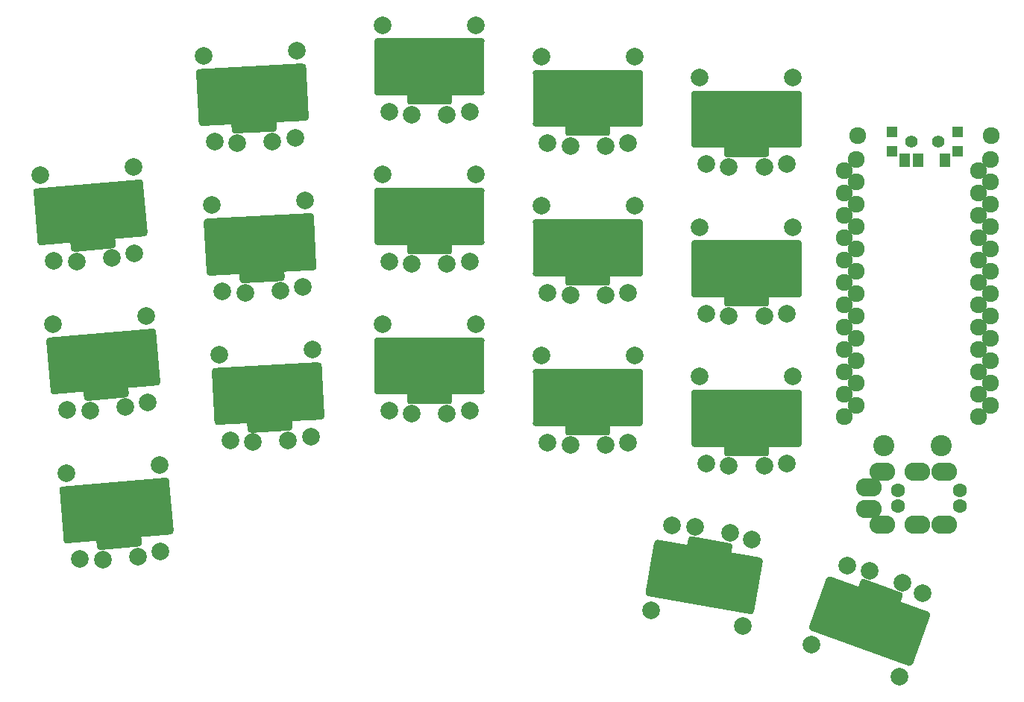
<source format=gts>
G04 #@! TF.GenerationSoftware,KiCad,Pcbnew,5.1.6*
G04 #@! TF.CreationDate,2020-09-30T09:09:17+01:00*
G04 #@! TF.ProjectId,cradio,63726164-696f-42e6-9b69-6361645f7063,2.1*
G04 #@! TF.SameCoordinates,Original*
G04 #@! TF.FileFunction,Soldermask,Top*
G04 #@! TF.FilePolarity,Negative*
%FSLAX46Y46*%
G04 Gerber Fmt 4.6, Leading zero omitted, Abs format (unit mm)*
G04 Created by KiCad (PCBNEW 5.1.6) date 2020-09-30 09:09:17*
%MOMM*%
%LPD*%
G01*
G04 APERTURE LIST*
%ADD10C,1.924000*%
%ADD11R,1.300000X1.650000*%
%ADD12R,1.300000X1.300000*%
%ADD13C,1.400000*%
%ADD14C,2.000000*%
%ADD15O,5.100000X1.400000*%
%ADD16O,0.700000X1.600000*%
%ADD17O,5.100000X0.700000*%
%ADD18O,1.400000X6.300000*%
%ADD19O,0.700000X6.500000*%
%ADD20O,12.500000X0.700000*%
%ADD21O,12.250000X6.300000*%
%ADD22C,2.400000*%
%ADD23O,2.900000X2.100000*%
%ADD24C,1.600000*%
G04 APERTURE END LIST*
D10*
X142370000Y-36742000D03*
X142370000Y-39282000D03*
X142370000Y-41822000D03*
X142370000Y-44362000D03*
X142370000Y-46902000D03*
X142370000Y-49442000D03*
X142370000Y-51982000D03*
X142370000Y-54522000D03*
X142370000Y-57062000D03*
X142370000Y-59602000D03*
X142370000Y-62142000D03*
X142370000Y-64682000D03*
X127130000Y-64682000D03*
X127130000Y-62142000D03*
X127130000Y-59602000D03*
X127130000Y-57062000D03*
X127130000Y-54522000D03*
X127130000Y-51982000D03*
X127130000Y-49442000D03*
X127130000Y-46902000D03*
X127130000Y-44362000D03*
X127130000Y-41822000D03*
X127130000Y-39282000D03*
X127130000Y-36742000D03*
X143676400Y-35472000D03*
X143676400Y-38012000D03*
X143676400Y-40552000D03*
X143676400Y-43092000D03*
X143676400Y-45632000D03*
X143676400Y-48172000D03*
X143676400Y-50712000D03*
X143676400Y-53252000D03*
X143676400Y-55792000D03*
X143676400Y-58332000D03*
X143676400Y-60872000D03*
X143676400Y-63412000D03*
X128456400Y-63412000D03*
X128456400Y-60872000D03*
X128456400Y-58332000D03*
X128456400Y-55792000D03*
X128456400Y-53252000D03*
X128456400Y-50712000D03*
X128456400Y-48172000D03*
X128456400Y-45632000D03*
X128456400Y-43092000D03*
X128456400Y-40552000D03*
X128456400Y-38012000D03*
X128456400Y-35472000D03*
X143816400Y-32792000D03*
X128596400Y-32792000D03*
D11*
X135500000Y-35575000D03*
X134000000Y-35575000D03*
X138500000Y-35575000D03*
D12*
X139950000Y-32400000D03*
X139950000Y-34600000D03*
X132550000Y-34600000D03*
X132550000Y-32400000D03*
X132540000Y-32400000D03*
X132540000Y-34600000D03*
X139940000Y-34600000D03*
X139940000Y-32400000D03*
D11*
X138490000Y-35575000D03*
X133990000Y-35575000D03*
X135490000Y-35575000D03*
D13*
X134740000Y-33500000D03*
X137740000Y-33500000D03*
G36*
G01*
X109296509Y-79040370D02*
X109296510Y-79040370D01*
G75*
G02*
X110107429Y-78472559I689365J-121554D01*
G01*
X113751217Y-79115057D01*
G75*
G02*
X114319028Y-79925976I-121554J-689365D01*
G01*
X114319028Y-79925976D01*
G75*
G02*
X113508109Y-80493787I-689365J121554D01*
G01*
X109864321Y-79851289D01*
G75*
G02*
X109296510Y-79040370I121554J689365D01*
G01*
G37*
G36*
G01*
X109780111Y-78313301D02*
X109780111Y-78313301D01*
G75*
G02*
X110064017Y-78718761I-60777J-344683D01*
G01*
X109907733Y-79605087D01*
G75*
G02*
X109502273Y-79888993I-344683J60777D01*
G01*
X109502273Y-79888993D01*
G75*
G02*
X109218367Y-79483533I60777J344683D01*
G01*
X109374651Y-78597207D01*
G75*
G02*
X109780111Y-78313301I344683J-60777D01*
G01*
G37*
G36*
G01*
X114113265Y-79077353D02*
X114113265Y-79077353D01*
G75*
G02*
X114397171Y-79482813I-60777J-344683D01*
G01*
X114240887Y-80369139D01*
G75*
G02*
X113835427Y-80653045I-344683J60777D01*
G01*
X113835427Y-80653045D01*
G75*
G02*
X113551521Y-80247585I60777J344683D01*
G01*
X113707805Y-79361259D01*
G75*
G02*
X114113265Y-79077353I344683J-60777D01*
G01*
G37*
G36*
G01*
X109374650Y-78597206D02*
X109374650Y-78597206D01*
G75*
G02*
X109780110Y-78313300I344683J-60777D01*
G01*
X114113264Y-79077352D01*
G75*
G02*
X114397170Y-79482812I-60777J-344683D01*
G01*
X114397170Y-79482812D01*
G75*
G02*
X113991710Y-79766718I-344683J60777D01*
G01*
X109658556Y-79002666D01*
G75*
G02*
X109374650Y-78597206I60777J344683D01*
G01*
G37*
G36*
G01*
X115363767Y-86151979D02*
X116214643Y-81326421D01*
G75*
G02*
X117025562Y-80758610I689365J-121554D01*
G01*
X117025562Y-80758610D01*
G75*
G02*
X117593373Y-81569529I-121554J-689365D01*
G01*
X116742497Y-86395087D01*
G75*
G02*
X115931578Y-86962898I-689365J121554D01*
G01*
X115931578Y-86962898D01*
G75*
G02*
X115363767Y-86151979I121554J689365D01*
G01*
G37*
G36*
G01*
X114605465Y-86018270D02*
X115456341Y-81192712D01*
G75*
G02*
X116267260Y-80624901I689365J-121554D01*
G01*
X116267260Y-80624901D01*
G75*
G02*
X116835071Y-81435820I-121554J-689365D01*
G01*
X115984195Y-86261378D01*
G75*
G02*
X115173276Y-86829189I-689365J121554D01*
G01*
X115173276Y-86829189D01*
G75*
G02*
X114605465Y-86018270I121554J689365D01*
G01*
G37*
G36*
G01*
X114221390Y-85950547D02*
X115072266Y-81124989D01*
G75*
G02*
X115883185Y-80557178I689365J-121554D01*
G01*
X115883185Y-80557178D01*
G75*
G02*
X116450996Y-81368097I-121554J-689365D01*
G01*
X115600120Y-86193655D01*
G75*
G02*
X114789201Y-86761466I-689365J121554D01*
G01*
X114789201Y-86761466D01*
G75*
G02*
X114221390Y-85950547I121554J689365D01*
G01*
G37*
G36*
G01*
X105949004Y-84491903D02*
X106799880Y-79666345D01*
G75*
G02*
X107610799Y-79098534I689365J-121554D01*
G01*
X107610799Y-79098534D01*
G75*
G02*
X108178610Y-79909453I-121554J-689365D01*
G01*
X107327734Y-84735011D01*
G75*
G02*
X106516815Y-85302822I-689365J121554D01*
G01*
X106516815Y-85302822D01*
G75*
G02*
X105949004Y-84491903I121554J689365D01*
G01*
G37*
G36*
G01*
X105564929Y-84424180D02*
X106415805Y-79598622D01*
G75*
G02*
X107226724Y-79030811I689365J-121554D01*
G01*
X107226724Y-79030811D01*
G75*
G02*
X107794535Y-79841730I-121554J-689365D01*
G01*
X106943659Y-84667288D01*
G75*
G02*
X106132740Y-85235099I-689365J121554D01*
G01*
X106132740Y-85235099D01*
G75*
G02*
X105564929Y-84424180I121554J689365D01*
G01*
G37*
G36*
G01*
X105953991Y-78704851D02*
X105953991Y-78704851D01*
G75*
G02*
X106237897Y-79110311I-60777J-344683D01*
G01*
X105230737Y-84822195D01*
G75*
G02*
X104825277Y-85106101I-344683J60777D01*
G01*
X104825277Y-85106101D01*
G75*
G02*
X104541371Y-84700641I60777J344683D01*
G01*
X105548531Y-78988757D01*
G75*
G02*
X105953991Y-78704851I344683J-60777D01*
G01*
G37*
G36*
G01*
X117574723Y-80753899D02*
X117574723Y-80753899D01*
G75*
G02*
X117858629Y-81159359I-60777J-344683D01*
G01*
X116851469Y-86871243D01*
G75*
G02*
X116446009Y-87155149I-344683J60777D01*
G01*
X116446009Y-87155149D01*
G75*
G02*
X116162103Y-86749689I60777J344683D01*
G01*
X117169263Y-81037805D01*
G75*
G02*
X117574723Y-80753899I344683J-60777D01*
G01*
G37*
G36*
G01*
X105548532Y-78988757D02*
X105548531Y-78988757D01*
G75*
G02*
X105953991Y-78704851I344683J-60777D01*
G01*
X117574723Y-80753899D01*
G75*
G02*
X117858629Y-81159359I-60777J-344683D01*
G01*
X117858629Y-81159359D01*
G75*
G02*
X117453169Y-81443265I-344683J60777D01*
G01*
X105832437Y-79394217D01*
G75*
G02*
X105548531Y-78988757I60777J344683D01*
G01*
G37*
G36*
G01*
X104541372Y-84700641D02*
X104541371Y-84700641D01*
G75*
G02*
X104946831Y-84416735I344683J-60777D01*
G01*
X116567563Y-86465783D01*
G75*
G02*
X116851469Y-86871243I-60777J-344683D01*
G01*
X116851469Y-86871243D01*
G75*
G02*
X116446009Y-87155149I-344683J60777D01*
G01*
X104825277Y-85106101D01*
G75*
G02*
X104541371Y-84700641I60777J344683D01*
G01*
G37*
G36*
G01*
X104806627Y-84290471D02*
X105657503Y-79464913D01*
G75*
G02*
X106468422Y-78897102I689365J-121554D01*
G01*
X106468422Y-78897102D01*
G75*
G02*
X107036233Y-79708021I-121554J-689365D01*
G01*
X106185357Y-84533579D01*
G75*
G02*
X105374438Y-85101390I-689365J121554D01*
G01*
X105374438Y-85101390D01*
G75*
G02*
X104806627Y-84290471I121554J689365D01*
G01*
G37*
G36*
G01*
X105168053Y-81866405D02*
X105168053Y-81866405D01*
G75*
G02*
X108817189Y-79311253I3102144J-546992D01*
G01*
X114676795Y-80344459D01*
G75*
G02*
X117231947Y-83993595I-546992J-3102144D01*
G01*
X117231947Y-83993595D01*
G75*
G02*
X113582811Y-86548747I-3102144J546992D01*
G01*
X107723205Y-85515541D01*
G75*
G02*
X105168053Y-81866405I546992J3102144D01*
G01*
G37*
D14*
X116596025Y-78702789D03*
X110168085Y-77264742D03*
X107575186Y-77112172D03*
X114107316Y-77959334D03*
X115594652Y-88528172D03*
X105155690Y-86687501D03*
D15*
X116000000Y-68420000D03*
D16*
X113800000Y-68420000D03*
X118200000Y-68420000D03*
D17*
X116000000Y-68870000D03*
D18*
X121360000Y-64920000D03*
X120590000Y-64920000D03*
X120200000Y-64920000D03*
X111800000Y-64920000D03*
X111410000Y-64920000D03*
D19*
X110100000Y-64920000D03*
X121900000Y-64920000D03*
D20*
X116000000Y-67820000D03*
X116000000Y-62020000D03*
D18*
X110640000Y-64920000D03*
D21*
X116000000Y-64920000D03*
D14*
X120580000Y-70020000D03*
X114000000Y-70320000D03*
X111420000Y-70020000D03*
X118000000Y-70320000D03*
X121300000Y-60170000D03*
X110700000Y-60170000D03*
G36*
G01*
X128780855Y-83798925D02*
X128780855Y-83798925D01*
G75*
G02*
X129678054Y-83380554I657785J-239414D01*
G01*
X133154916Y-84646028D01*
G75*
G02*
X133573287Y-85543227I-239414J-657785D01*
G01*
X133573287Y-85543227D01*
G75*
G02*
X132676088Y-85961598I-657785J239414D01*
G01*
X129199226Y-84696124D01*
G75*
G02*
X128780855Y-83798925I239414J657785D01*
G01*
G37*
G36*
G01*
X129383363Y-83166878D02*
X129383363Y-83166878D01*
G75*
G02*
X129592548Y-83615477I-119707J-328892D01*
G01*
X129284730Y-84461201D01*
G75*
G02*
X128836131Y-84670386I-328892J119707D01*
G01*
X128836131Y-84670386D01*
G75*
G02*
X128626946Y-84221787I119707J328892D01*
G01*
X128934764Y-83376063D01*
G75*
G02*
X129383363Y-83166878I328892J-119707D01*
G01*
G37*
G36*
G01*
X133518010Y-84671766D02*
X133518010Y-84671766D01*
G75*
G02*
X133727195Y-85120365I-119707J-328892D01*
G01*
X133419377Y-85966089D01*
G75*
G02*
X132970778Y-86175274I-328892J119707D01*
G01*
X132970778Y-86175274D01*
G75*
G02*
X132761593Y-85726675I119707J328892D01*
G01*
X133069411Y-84880951D01*
G75*
G02*
X133518010Y-84671766I328892J-119707D01*
G01*
G37*
G36*
G01*
X128934764Y-83376063D02*
X128934764Y-83376063D01*
G75*
G02*
X129383363Y-83166878I328892J-119707D01*
G01*
X133518011Y-84671766D01*
G75*
G02*
X133727196Y-85120365I-119707J-328892D01*
G01*
X133727196Y-85120365D01*
G75*
G02*
X133278597Y-85329550I-328892J119707D01*
G01*
X129143949Y-83824662D01*
G75*
G02*
X128934764Y-83376063I119707J328892D01*
G01*
G37*
G36*
G01*
X133521018Y-91856061D02*
X135196916Y-87251567D01*
G75*
G02*
X136094115Y-86833196I657785J-239414D01*
G01*
X136094115Y-86833196D01*
G75*
G02*
X136512486Y-87730395I-239414J-657785D01*
G01*
X134836588Y-92334889D01*
G75*
G02*
X133939389Y-92753260I-657785J239414D01*
G01*
X133939389Y-92753260D01*
G75*
G02*
X133521018Y-91856061I239414J657785D01*
G01*
G37*
G36*
G01*
X132797455Y-91592705D02*
X134473353Y-86988211D01*
G75*
G02*
X135370552Y-86569840I657785J-239414D01*
G01*
X135370552Y-86569840D01*
G75*
G02*
X135788923Y-87467039I-239414J-657785D01*
G01*
X134113025Y-92071533D01*
G75*
G02*
X133215826Y-92489904I-657785J239414D01*
G01*
X133215826Y-92489904D01*
G75*
G02*
X132797455Y-91592705I239414J657785D01*
G01*
G37*
G36*
G01*
X132430975Y-91459318D02*
X134106873Y-86854824D01*
G75*
G02*
X135004072Y-86436453I657785J-239414D01*
G01*
X135004072Y-86436453D01*
G75*
G02*
X135422443Y-87333652I-239414J-657785D01*
G01*
X133746545Y-91938146D01*
G75*
G02*
X132849346Y-92356517I-657785J239414D01*
G01*
X132849346Y-92356517D01*
G75*
G02*
X132430975Y-91459318I239414J657785D01*
G01*
G37*
G36*
G01*
X124537557Y-88586348D02*
X126213455Y-83981854D01*
G75*
G02*
X127110654Y-83563483I657785J-239414D01*
G01*
X127110654Y-83563483D01*
G75*
G02*
X127529025Y-84460682I-239414J-657785D01*
G01*
X125853127Y-89065176D01*
G75*
G02*
X124955928Y-89483547I-657785J239414D01*
G01*
X124955928Y-89483547D01*
G75*
G02*
X124537557Y-88586348I239414J657785D01*
G01*
G37*
G36*
G01*
X124171077Y-88452961D02*
X125846975Y-83848467D01*
G75*
G02*
X126744174Y-83430096I657785J-239414D01*
G01*
X126744174Y-83430096D01*
G75*
G02*
X127162545Y-84327295I-239414J-657785D01*
G01*
X125486647Y-88931789D01*
G75*
G02*
X124589448Y-89350160I-657785J239414D01*
G01*
X124589448Y-89350160D01*
G75*
G02*
X124171077Y-88452961I239414J657785D01*
G01*
G37*
G36*
G01*
X125547379Y-82888080D02*
X125547379Y-82888080D01*
G75*
G02*
X125756564Y-83336679I-119707J-328892D01*
G01*
X123772848Y-88786897D01*
G75*
G02*
X123324249Y-88996082I-328892J119707D01*
G01*
X123324249Y-88996082D01*
G75*
G02*
X123115064Y-88547483I119707J328892D01*
G01*
X125098780Y-83097265D01*
G75*
G02*
X125547379Y-82888080I328892J-119707D01*
G01*
G37*
G36*
G01*
X136635751Y-86923918D02*
X136635751Y-86923918D01*
G75*
G02*
X136844936Y-87372517I-119707J-328892D01*
G01*
X134861220Y-92822735D01*
G75*
G02*
X134412621Y-93031920I-328892J119707D01*
G01*
X134412621Y-93031920D01*
G75*
G02*
X134203436Y-92583321I119707J328892D01*
G01*
X136187152Y-87133103D01*
G75*
G02*
X136635751Y-86923918I328892J-119707D01*
G01*
G37*
G36*
G01*
X125098779Y-83097265D02*
X125098780Y-83097265D01*
G75*
G02*
X125547379Y-82888080I328892J-119707D01*
G01*
X136635751Y-86923918D01*
G75*
G02*
X136844936Y-87372517I-119707J-328892D01*
G01*
X136844936Y-87372517D01*
G75*
G02*
X136396337Y-87581702I-328892J119707D01*
G01*
X125307965Y-83545864D01*
G75*
G02*
X125098780Y-83097265I119707J328892D01*
G01*
G37*
G36*
G01*
X123115063Y-88547483D02*
X123115064Y-88547483D01*
G75*
G02*
X123563663Y-88338298I328892J-119707D01*
G01*
X134652035Y-92374136D01*
G75*
G02*
X134861220Y-92822735I-119707J-328892D01*
G01*
X134861220Y-92822735D01*
G75*
G02*
X134412621Y-93031920I-328892J119707D01*
G01*
X123324249Y-88996082D01*
G75*
G02*
X123115064Y-88547483I119707J328892D01*
G01*
G37*
G36*
G01*
X123447514Y-88189605D02*
X125123412Y-83585111D01*
G75*
G02*
X126020611Y-83166740I657785J-239414D01*
G01*
X126020611Y-83166740D01*
G75*
G02*
X126438982Y-84063939I-239414J-657785D01*
G01*
X124763084Y-88668433D01*
G75*
G02*
X123865885Y-89086804I-657785J239414D01*
G01*
X123865885Y-89086804D01*
G75*
G02*
X123447514Y-88189605I239414J657785D01*
G01*
G37*
G36*
G01*
X124224383Y-85865127D02*
X124224382Y-85865127D01*
G75*
G02*
X128261777Y-83982458I2960032J-1077363D01*
G01*
X133852949Y-86017478D01*
G75*
G02*
X135735618Y-90054873I-1077363J-2960032D01*
G01*
X135735618Y-90054873D01*
G75*
G02*
X131698223Y-91937542I-2960032J1077363D01*
G01*
X126107051Y-89902522D01*
G75*
G02*
X124224382Y-85865127I1077363J2960032D01*
G01*
G37*
X136028095Y-84734020D03*
X129947524Y-82201620D03*
X127420511Y-81601115D03*
X133706294Y-83569700D03*
X133335775Y-94236247D03*
X123375033Y-90610833D03*
D15*
X98000000Y-66045000D03*
D16*
X95800000Y-66045000D03*
X100200000Y-66045000D03*
D17*
X98000000Y-66495000D03*
D18*
X103360000Y-62545000D03*
X102590000Y-62545000D03*
X102200000Y-62545000D03*
X93800000Y-62545000D03*
X93410000Y-62545000D03*
D19*
X92100000Y-62545000D03*
X103900000Y-62545000D03*
D20*
X98000000Y-65445000D03*
X98000000Y-59645000D03*
D18*
X92640000Y-62545000D03*
D21*
X98000000Y-62545000D03*
D14*
X102580000Y-67645000D03*
X96000000Y-67945000D03*
X93420000Y-67645000D03*
X100000000Y-67945000D03*
X103300000Y-57795000D03*
X92700000Y-57795000D03*
D15*
X80000000Y-62470000D03*
D16*
X77800000Y-62470000D03*
X82200000Y-62470000D03*
D17*
X80000000Y-62920000D03*
D18*
X85360000Y-58970000D03*
X84590000Y-58970000D03*
X84200000Y-58970000D03*
X75800000Y-58970000D03*
X75410000Y-58970000D03*
D19*
X74100000Y-58970000D03*
X85900000Y-58970000D03*
D20*
X80000000Y-61870000D03*
X80000000Y-56070000D03*
D18*
X74640000Y-58970000D03*
D21*
X80000000Y-58970000D03*
D14*
X84580000Y-64070000D03*
X78000000Y-64370000D03*
X75420000Y-64070000D03*
X82000000Y-64370000D03*
X85300000Y-54220000D03*
X74700000Y-54220000D03*
G36*
G01*
X59332971Y-65750460D02*
X59332970Y-65750460D01*
G75*
G02*
X59995376Y-65014784I699041J36635D01*
G01*
X63690306Y-64821140D01*
G75*
G02*
X64425982Y-65483546I36635J-699041D01*
G01*
X64425982Y-65483546D01*
G75*
G02*
X63763576Y-66219222I-699041J-36635D01*
G01*
X60068646Y-66412866D01*
G75*
G02*
X59332970Y-65750460I-36635J699041D01*
G01*
G37*
G36*
G01*
X59724360Y-66531046D02*
X59724360Y-66531045D01*
G75*
G02*
X59356522Y-66199843I-18318J349520D01*
G01*
X59309420Y-65301077D01*
G75*
G02*
X59640622Y-64933239I349520J18318D01*
G01*
X59640622Y-64933239D01*
G75*
G02*
X60008460Y-65264441I18318J-349520D01*
G01*
X60055562Y-66163207D01*
G75*
G02*
X59724360Y-66531045I-349520J-18318D01*
G01*
G37*
G36*
G01*
X64118330Y-66300768D02*
X64118330Y-66300767D01*
G75*
G02*
X63750492Y-65969565I-18318J349520D01*
G01*
X63703390Y-65070799D01*
G75*
G02*
X64034592Y-64702961I349520J18318D01*
G01*
X64034592Y-64702961D01*
G75*
G02*
X64402430Y-65034163I18318J-349520D01*
G01*
X64449532Y-65932929D01*
G75*
G02*
X64118330Y-66300767I-349520J-18318D01*
G01*
G37*
G36*
G01*
X59356522Y-66199844D02*
X59356522Y-66199844D01*
G75*
G02*
X59687724Y-65832006I349520J18318D01*
G01*
X64081694Y-65601728D01*
G75*
G02*
X64449532Y-65932930I18318J-349520D01*
G01*
X64449532Y-65932930D01*
G75*
G02*
X64118330Y-66300768I-349520J-18318D01*
G01*
X59724360Y-66531046D01*
G75*
G02*
X59356522Y-66199844I-18318J349520D01*
G01*
G37*
G36*
G01*
X66478136Y-64324557D02*
X66221690Y-59431272D01*
G75*
G02*
X66884096Y-58695596I699041J36635D01*
G01*
X66884096Y-58695596D01*
G75*
G02*
X67619772Y-59358002I36635J-699041D01*
G01*
X67876218Y-64251286D01*
G75*
G02*
X67213812Y-64986962I-699041J-36635D01*
G01*
X67213812Y-64986962D01*
G75*
G02*
X66478136Y-64324556I-36635J699041D01*
G01*
G37*
G36*
G01*
X65709192Y-64364856D02*
X65452746Y-59471571D01*
G75*
G02*
X66115152Y-58735895I699041J36635D01*
G01*
X66115152Y-58735895D01*
G75*
G02*
X66850828Y-59398301I36635J-699041D01*
G01*
X67107274Y-64291585D01*
G75*
G02*
X66444868Y-65027261I-699041J-36635D01*
G01*
X66444868Y-65027261D01*
G75*
G02*
X65709192Y-64364855I-36635J699041D01*
G01*
G37*
G36*
G01*
X65319726Y-64385267D02*
X65063280Y-59491982D01*
G75*
G02*
X65725686Y-58756306I699041J36635D01*
G01*
X65725686Y-58756306D01*
G75*
G02*
X66461362Y-59418712I36635J-699041D01*
G01*
X66717808Y-64311996D01*
G75*
G02*
X66055402Y-65047672I-699041J-36635D01*
G01*
X66055402Y-65047672D01*
G75*
G02*
X65319726Y-64385266I-36635J699041D01*
G01*
G37*
G36*
G01*
X56931238Y-64824889D02*
X56674792Y-59931604D01*
G75*
G02*
X57337198Y-59195928I699041J36635D01*
G01*
X57337198Y-59195928D01*
G75*
G02*
X58072874Y-59858334I36635J-699041D01*
G01*
X58329320Y-64751618D01*
G75*
G02*
X57666914Y-65487294I-699041J-36635D01*
G01*
X57666914Y-65487294D01*
G75*
G02*
X56931238Y-64824888I-36635J699041D01*
G01*
G37*
G36*
G01*
X56541772Y-64845300D02*
X56285326Y-59952015D01*
G75*
G02*
X56947732Y-59216339I699041J36635D01*
G01*
X56947732Y-59216339D01*
G75*
G02*
X57683408Y-59878745I36635J-699041D01*
G01*
X57939854Y-64772029D01*
G75*
G02*
X57277448Y-65507705I-699041J-36635D01*
G01*
X57277448Y-65507705D01*
G75*
G02*
X56541772Y-64845299I-36635J699041D01*
G01*
G37*
G36*
G01*
X55974478Y-65676128D02*
X55974478Y-65676128D01*
G75*
G02*
X55606640Y-65344926I-18318J349520D01*
G01*
X55303092Y-59552874D01*
G75*
G02*
X55634294Y-59185036I349520J18318D01*
G01*
X55634294Y-59185036D01*
G75*
G02*
X56002132Y-59516238I18318J-349520D01*
G01*
X56305680Y-65308290D01*
G75*
G02*
X55974478Y-65676128I-349520J-18318D01*
G01*
G37*
G36*
G01*
X67758306Y-65058564D02*
X67758306Y-65058564D01*
G75*
G02*
X67390468Y-64727362I-18318J349520D01*
G01*
X67086920Y-58935310D01*
G75*
G02*
X67418122Y-58567472I349520J18318D01*
G01*
X67418122Y-58567472D01*
G75*
G02*
X67785960Y-58898674I18318J-349520D01*
G01*
X68089508Y-64690726D01*
G75*
G02*
X67758306Y-65058564I-349520J-18318D01*
G01*
G37*
G36*
G01*
X55606639Y-65344926D02*
X55606640Y-65344926D01*
G75*
G02*
X55937842Y-64977088I349520J18318D01*
G01*
X67721670Y-64359524D01*
G75*
G02*
X68089508Y-64690726I18318J-349520D01*
G01*
X68089508Y-64690726D01*
G75*
G02*
X67758306Y-65058564I-349520J-18318D01*
G01*
X55974478Y-65676128D01*
G75*
G02*
X55606640Y-65344926I-18318J349520D01*
G01*
G37*
G36*
G01*
X55303091Y-59552874D02*
X55303092Y-59552874D01*
G75*
G02*
X55634294Y-59185036I349520J18318D01*
G01*
X67418122Y-58567472D01*
G75*
G02*
X67785960Y-58898674I18318J-349520D01*
G01*
X67785960Y-58898674D01*
G75*
G02*
X67454758Y-59266512I-349520J-18318D01*
G01*
X55670930Y-59884076D01*
G75*
G02*
X55303092Y-59552874I-18318J349520D01*
G01*
G37*
G36*
G01*
X55772828Y-64885599D02*
X55516382Y-59992314D01*
G75*
G02*
X56178788Y-59256638I699041J36635D01*
G01*
X56178788Y-59256638D01*
G75*
G02*
X56914464Y-59919044I36635J-699041D01*
G01*
X57170910Y-64812328D01*
G75*
G02*
X56508504Y-65548004I-699041J-36635D01*
G01*
X56508504Y-65548004D01*
G75*
G02*
X55772828Y-64885598I-36635J699041D01*
G01*
G37*
G36*
G01*
X55579694Y-62442358D02*
X55579694Y-62442357D01*
G75*
G02*
X58560519Y-59131816I3145683J164858D01*
G01*
X64502365Y-58820418D01*
G75*
G02*
X67812906Y-61801243I164858J-3145683D01*
G01*
X67812906Y-61801243D01*
G75*
G02*
X64832081Y-65111784I-3145683J-164858D01*
G01*
X58890235Y-65423182D01*
G75*
G02*
X55579694Y-62442357I-164858J3145683D01*
G01*
G37*
X66536937Y-66975112D03*
X59981655Y-67619071D03*
X57389490Y-67454509D03*
X63976173Y-67409728D03*
X66740441Y-57100929D03*
X56154968Y-57655690D03*
G36*
G01*
X42235649Y-79093728D02*
X42235649Y-79093728D01*
G75*
G02*
X42871976Y-78335383I697336J61009D01*
G01*
X46557896Y-78012907D01*
G75*
G02*
X47316241Y-78649234I61009J-697336D01*
G01*
X47316241Y-78649234D01*
G75*
G02*
X46679914Y-79407579I-697336J-61009D01*
G01*
X42993994Y-79730055D01*
G75*
G02*
X42235649Y-79093728I-61009J697336D01*
G01*
G37*
G36*
G01*
X42654042Y-79860180D02*
X42654042Y-79860180D01*
G75*
G02*
X42274869Y-79542017I-30505J348668D01*
G01*
X42196429Y-78645441D01*
G75*
G02*
X42514592Y-78266268I348668J30505D01*
G01*
X42514592Y-78266268D01*
G75*
G02*
X42893765Y-78584431I30505J-348668D01*
G01*
X42972205Y-79481007D01*
G75*
G02*
X42654042Y-79860180I-348668J-30505D01*
G01*
G37*
G36*
G01*
X47037298Y-79476695D02*
X47037298Y-79476695D01*
G75*
G02*
X46658125Y-79158532I-30505J348668D01*
G01*
X46579685Y-78261956D01*
G75*
G02*
X46897848Y-77882783I348668J30505D01*
G01*
X46897848Y-77882783D01*
G75*
G02*
X47277021Y-78200946I30505J-348668D01*
G01*
X47355461Y-79097522D01*
G75*
G02*
X47037298Y-79476695I-348668J-30505D01*
G01*
G37*
G36*
G01*
X42274869Y-79542016D02*
X42274869Y-79542017D01*
G75*
G02*
X42593032Y-79162844I348668J30505D01*
G01*
X46976288Y-78779358D01*
G75*
G02*
X47355461Y-79097521I30505J-348668D01*
G01*
X47355461Y-79097521D01*
G75*
G02*
X47037298Y-79476694I-348668J-30505D01*
G01*
X42654042Y-79860180D01*
G75*
G02*
X42274869Y-79542017I-30505J348668D01*
G01*
G37*
G36*
G01*
X49326699Y-77419331D02*
X48899636Y-72537977D01*
G75*
G02*
X49535963Y-71779632I697336J61009D01*
G01*
X49535963Y-71779632D01*
G75*
G02*
X50294308Y-72415959I61009J-697336D01*
G01*
X50721372Y-77297313D01*
G75*
G02*
X50085045Y-78055658I-697336J-61009D01*
G01*
X50085045Y-78055658D01*
G75*
G02*
X49326700Y-77419331I-61009J697336D01*
G01*
G37*
G36*
G01*
X48559629Y-77486441D02*
X48132566Y-72605087D01*
G75*
G02*
X48768893Y-71846742I697336J61009D01*
G01*
X48768893Y-71846742D01*
G75*
G02*
X49527238Y-72483069I61009J-697336D01*
G01*
X49954302Y-77364423D01*
G75*
G02*
X49317975Y-78122768I-697336J-61009D01*
G01*
X49317975Y-78122768D01*
G75*
G02*
X48559630Y-77486441I-61009J697336D01*
G01*
G37*
G36*
G01*
X48171113Y-77520432D02*
X47744050Y-72639078D01*
G75*
G02*
X48380377Y-71880733I697336J61009D01*
G01*
X48380377Y-71880733D01*
G75*
G02*
X49138722Y-72517060I61009J-697336D01*
G01*
X49565786Y-77398414D01*
G75*
G02*
X48929459Y-78156759I-697336J-61009D01*
G01*
X48929459Y-78156759D01*
G75*
G02*
X48171114Y-77520432I-61009J697336D01*
G01*
G37*
G36*
G01*
X39803077Y-78252540D02*
X39376014Y-73371186D01*
G75*
G02*
X40012341Y-72612841I697336J61009D01*
G01*
X40012341Y-72612841D01*
G75*
G02*
X40770686Y-73249168I61009J-697336D01*
G01*
X41197750Y-78130522D01*
G75*
G02*
X40561423Y-78888867I-697336J-61009D01*
G01*
X40561423Y-78888867D01*
G75*
G02*
X39803078Y-78252540I-61009J697336D01*
G01*
G37*
G36*
G01*
X39414561Y-78286531D02*
X38987498Y-73405177D01*
G75*
G02*
X39623825Y-72646832I697336J61009D01*
G01*
X39623825Y-72646832D01*
G75*
G02*
X40382170Y-73283159I61009J-697336D01*
G01*
X40809234Y-78164513D01*
G75*
G02*
X40172907Y-78922858I-697336J-61009D01*
G01*
X40172907Y-78922858D01*
G75*
G02*
X39414562Y-78286531I-61009J697336D01*
G01*
G37*
G36*
G01*
X38876607Y-79136652D02*
X38876608Y-79136652D01*
G75*
G02*
X38497435Y-78818489I-30505J348668D01*
G01*
X37991931Y-73040559D01*
G75*
G02*
X38310094Y-72661386I348668J30505D01*
G01*
X38310094Y-72661386D01*
G75*
G02*
X38689267Y-72979549I30505J-348668D01*
G01*
X39194771Y-78757479D01*
G75*
G02*
X38876608Y-79136652I-348668J-30505D01*
G01*
G37*
G36*
G01*
X50631705Y-78108214D02*
X50631706Y-78108214D01*
G75*
G02*
X50252533Y-77790051I-30505J348668D01*
G01*
X49747029Y-72012121D01*
G75*
G02*
X50065192Y-71632948I348668J30505D01*
G01*
X50065192Y-71632948D01*
G75*
G02*
X50444365Y-71951111I30505J-348668D01*
G01*
X50949869Y-77729041D01*
G75*
G02*
X50631706Y-78108214I-348668J-30505D01*
G01*
G37*
G36*
G01*
X38497435Y-78818488D02*
X38497435Y-78818489D01*
G75*
G02*
X38815598Y-78439316I348668J30505D01*
G01*
X50570696Y-77410878D01*
G75*
G02*
X50949869Y-77729041I30505J-348668D01*
G01*
X50949869Y-77729041D01*
G75*
G02*
X50631706Y-78108214I-348668J-30505D01*
G01*
X38876608Y-79136652D01*
G75*
G02*
X38497435Y-78818489I-30505J348668D01*
G01*
G37*
G36*
G01*
X37991931Y-73040558D02*
X37991931Y-73040559D01*
G75*
G02*
X38310094Y-72661386I348668J30505D01*
G01*
X50065192Y-71632948D01*
G75*
G02*
X50444365Y-71951111I30505J-348668D01*
G01*
X50444365Y-71951111D01*
G75*
G02*
X50126202Y-72330284I-348668J-30505D01*
G01*
X38371104Y-73358722D01*
G75*
G02*
X37991931Y-73040559I-30505J348668D01*
G01*
G37*
G36*
G01*
X38647491Y-78353641D02*
X38220428Y-73472287D01*
G75*
G02*
X38856755Y-72713942I697336J61009D01*
G01*
X38856755Y-72713942D01*
G75*
G02*
X39615100Y-73350269I61009J-697336D01*
G01*
X40042164Y-78231623D01*
G75*
G02*
X39405837Y-78989968I-697336J-61009D01*
G01*
X39405837Y-78989968D01*
G75*
G02*
X38647492Y-78353641I-61009J697336D01*
G01*
G37*
G36*
G01*
X38369207Y-75918629D02*
X38369208Y-75918629D01*
G75*
G02*
X41232680Y-72506075I3138013J274541D01*
G01*
X47160038Y-71987499D01*
G75*
G02*
X50572592Y-74850971I274541J-3138013D01*
G01*
X50572592Y-74850971D01*
G75*
G02*
X47709120Y-78263525I-3138013J-274541D01*
G01*
X41781762Y-78782101D01*
G75*
G02*
X38369208Y-75918629I-274541J3138013D01*
G01*
G37*
X49477966Y-80066220D03*
X42949152Y-80938563D03*
X40352823Y-80864566D03*
X46933930Y-80589940D03*
X49336742Y-70190950D03*
X38777078Y-71114801D03*
D15*
X116000000Y-51420000D03*
D16*
X113800000Y-51420000D03*
X118200000Y-51420000D03*
D17*
X116000000Y-51870000D03*
D18*
X121360000Y-47920000D03*
X120590000Y-47920000D03*
X120200000Y-47920000D03*
X111800000Y-47920000D03*
X111410000Y-47920000D03*
D19*
X110100000Y-47920000D03*
X121900000Y-47920000D03*
D20*
X116000000Y-50820000D03*
X116000000Y-45020000D03*
D18*
X110640000Y-47920000D03*
D21*
X116000000Y-47920000D03*
D14*
X120580000Y-53020000D03*
X114000000Y-53320000D03*
X111420000Y-53020000D03*
X118000000Y-53320000D03*
X121300000Y-43170000D03*
X110700000Y-43170000D03*
D15*
X98000000Y-49040000D03*
D16*
X95800000Y-49040000D03*
X100200000Y-49040000D03*
D17*
X98000000Y-49490000D03*
D18*
X103360000Y-45540000D03*
X102590000Y-45540000D03*
X102200000Y-45540000D03*
X93800000Y-45540000D03*
X93410000Y-45540000D03*
D19*
X92100000Y-45540000D03*
X103900000Y-45540000D03*
D20*
X98000000Y-48440000D03*
X98000000Y-42640000D03*
D18*
X92640000Y-45540000D03*
D21*
X98000000Y-45540000D03*
D14*
X102580000Y-50640000D03*
X96000000Y-50940000D03*
X93420000Y-50640000D03*
X100000000Y-50940000D03*
X103300000Y-40790000D03*
X92700000Y-40790000D03*
D15*
X80000000Y-45470000D03*
D16*
X77800000Y-45470000D03*
X82200000Y-45470000D03*
D17*
X80000000Y-45920000D03*
D18*
X85360000Y-41970000D03*
X84590000Y-41970000D03*
X84200000Y-41970000D03*
X75800000Y-41970000D03*
X75410000Y-41970000D03*
D19*
X74100000Y-41970000D03*
X85900000Y-41970000D03*
D20*
X80000000Y-44870000D03*
X80000000Y-39070000D03*
D18*
X74640000Y-41970000D03*
D21*
X80000000Y-41970000D03*
D14*
X84580000Y-47070000D03*
X78000000Y-47370000D03*
X75420000Y-47070000D03*
X82000000Y-47370000D03*
X85300000Y-37220000D03*
X74700000Y-37220000D03*
G36*
G01*
X58442971Y-48768760D02*
X58442970Y-48768760D01*
G75*
G02*
X59105376Y-48033084I699041J36635D01*
G01*
X62800306Y-47839440D01*
G75*
G02*
X63535982Y-48501846I36635J-699041D01*
G01*
X63535982Y-48501846D01*
G75*
G02*
X62873576Y-49237522I-699041J-36635D01*
G01*
X59178646Y-49431166D01*
G75*
G02*
X58442970Y-48768760I-36635J699041D01*
G01*
G37*
G36*
G01*
X58834360Y-49549346D02*
X58834360Y-49549345D01*
G75*
G02*
X58466522Y-49218143I-18318J349520D01*
G01*
X58419420Y-48319377D01*
G75*
G02*
X58750622Y-47951539I349520J18318D01*
G01*
X58750622Y-47951539D01*
G75*
G02*
X59118460Y-48282741I18318J-349520D01*
G01*
X59165562Y-49181507D01*
G75*
G02*
X58834360Y-49549345I-349520J-18318D01*
G01*
G37*
G36*
G01*
X63228330Y-49319068D02*
X63228330Y-49319067D01*
G75*
G02*
X62860492Y-48987865I-18318J349520D01*
G01*
X62813390Y-48089099D01*
G75*
G02*
X63144592Y-47721261I349520J18318D01*
G01*
X63144592Y-47721261D01*
G75*
G02*
X63512430Y-48052463I18318J-349520D01*
G01*
X63559532Y-48951229D01*
G75*
G02*
X63228330Y-49319067I-349520J-18318D01*
G01*
G37*
G36*
G01*
X58466522Y-49218144D02*
X58466522Y-49218144D01*
G75*
G02*
X58797724Y-48850306I349520J18318D01*
G01*
X63191694Y-48620028D01*
G75*
G02*
X63559532Y-48951230I18318J-349520D01*
G01*
X63559532Y-48951230D01*
G75*
G02*
X63228330Y-49319068I-349520J-18318D01*
G01*
X58834360Y-49549346D01*
G75*
G02*
X58466522Y-49218144I-18318J349520D01*
G01*
G37*
G36*
G01*
X65588136Y-47342857D02*
X65331690Y-42449572D01*
G75*
G02*
X65994096Y-41713896I699041J36635D01*
G01*
X65994096Y-41713896D01*
G75*
G02*
X66729772Y-42376302I36635J-699041D01*
G01*
X66986218Y-47269586D01*
G75*
G02*
X66323812Y-48005262I-699041J-36635D01*
G01*
X66323812Y-48005262D01*
G75*
G02*
X65588136Y-47342856I-36635J699041D01*
G01*
G37*
G36*
G01*
X64819192Y-47383156D02*
X64562746Y-42489871D01*
G75*
G02*
X65225152Y-41754195I699041J36635D01*
G01*
X65225152Y-41754195D01*
G75*
G02*
X65960828Y-42416601I36635J-699041D01*
G01*
X66217274Y-47309885D01*
G75*
G02*
X65554868Y-48045561I-699041J-36635D01*
G01*
X65554868Y-48045561D01*
G75*
G02*
X64819192Y-47383155I-36635J699041D01*
G01*
G37*
G36*
G01*
X64429726Y-47403567D02*
X64173280Y-42510282D01*
G75*
G02*
X64835686Y-41774606I699041J36635D01*
G01*
X64835686Y-41774606D01*
G75*
G02*
X65571362Y-42437012I36635J-699041D01*
G01*
X65827808Y-47330296D01*
G75*
G02*
X65165402Y-48065972I-699041J-36635D01*
G01*
X65165402Y-48065972D01*
G75*
G02*
X64429726Y-47403566I-36635J699041D01*
G01*
G37*
G36*
G01*
X56041238Y-47843189D02*
X55784792Y-42949904D01*
G75*
G02*
X56447198Y-42214228I699041J36635D01*
G01*
X56447198Y-42214228D01*
G75*
G02*
X57182874Y-42876634I36635J-699041D01*
G01*
X57439320Y-47769918D01*
G75*
G02*
X56776914Y-48505594I-699041J-36635D01*
G01*
X56776914Y-48505594D01*
G75*
G02*
X56041238Y-47843188I-36635J699041D01*
G01*
G37*
G36*
G01*
X55651772Y-47863600D02*
X55395326Y-42970315D01*
G75*
G02*
X56057732Y-42234639I699041J36635D01*
G01*
X56057732Y-42234639D01*
G75*
G02*
X56793408Y-42897045I36635J-699041D01*
G01*
X57049854Y-47790329D01*
G75*
G02*
X56387448Y-48526005I-699041J-36635D01*
G01*
X56387448Y-48526005D01*
G75*
G02*
X55651772Y-47863599I-36635J699041D01*
G01*
G37*
G36*
G01*
X55084478Y-48694428D02*
X55084478Y-48694428D01*
G75*
G02*
X54716640Y-48363226I-18318J349520D01*
G01*
X54413092Y-42571174D01*
G75*
G02*
X54744294Y-42203336I349520J18318D01*
G01*
X54744294Y-42203336D01*
G75*
G02*
X55112132Y-42534538I18318J-349520D01*
G01*
X55415680Y-48326590D01*
G75*
G02*
X55084478Y-48694428I-349520J-18318D01*
G01*
G37*
G36*
G01*
X66868306Y-48076864D02*
X66868306Y-48076864D01*
G75*
G02*
X66500468Y-47745662I-18318J349520D01*
G01*
X66196920Y-41953610D01*
G75*
G02*
X66528122Y-41585772I349520J18318D01*
G01*
X66528122Y-41585772D01*
G75*
G02*
X66895960Y-41916974I18318J-349520D01*
G01*
X67199508Y-47709026D01*
G75*
G02*
X66868306Y-48076864I-349520J-18318D01*
G01*
G37*
G36*
G01*
X54716639Y-48363226D02*
X54716640Y-48363226D01*
G75*
G02*
X55047842Y-47995388I349520J18318D01*
G01*
X66831670Y-47377824D01*
G75*
G02*
X67199508Y-47709026I18318J-349520D01*
G01*
X67199508Y-47709026D01*
G75*
G02*
X66868306Y-48076864I-349520J-18318D01*
G01*
X55084478Y-48694428D01*
G75*
G02*
X54716640Y-48363226I-18318J349520D01*
G01*
G37*
G36*
G01*
X54413091Y-42571174D02*
X54413092Y-42571174D01*
G75*
G02*
X54744294Y-42203336I349520J18318D01*
G01*
X66528122Y-41585772D01*
G75*
G02*
X66895960Y-41916974I18318J-349520D01*
G01*
X66895960Y-41916974D01*
G75*
G02*
X66564758Y-42284812I-349520J-18318D01*
G01*
X54780930Y-42902376D01*
G75*
G02*
X54413092Y-42571174I-18318J349520D01*
G01*
G37*
G36*
G01*
X54882828Y-47903899D02*
X54626382Y-43010614D01*
G75*
G02*
X55288788Y-42274938I699041J36635D01*
G01*
X55288788Y-42274938D01*
G75*
G02*
X56024464Y-42937344I36635J-699041D01*
G01*
X56280910Y-47830628D01*
G75*
G02*
X55618504Y-48566304I-699041J-36635D01*
G01*
X55618504Y-48566304D01*
G75*
G02*
X54882828Y-47903898I-36635J699041D01*
G01*
G37*
G36*
G01*
X54689694Y-45460658D02*
X54689694Y-45460657D01*
G75*
G02*
X57670519Y-42150116I3145683J164858D01*
G01*
X63612365Y-41838718D01*
G75*
G02*
X66922906Y-44819543I164858J-3145683D01*
G01*
X66922906Y-44819543D01*
G75*
G02*
X63942081Y-48130084I-3145683J-164858D01*
G01*
X58000235Y-48441482D01*
G75*
G02*
X54689694Y-45460657I-164858J3145683D01*
G01*
G37*
X65646937Y-49993412D03*
X59091655Y-50637371D03*
X56499490Y-50472809D03*
X63086173Y-50428028D03*
X65850441Y-40119229D03*
X55264968Y-40673990D03*
G36*
G01*
X40753549Y-62153428D02*
X40753549Y-62153428D01*
G75*
G02*
X41389876Y-61395083I697336J61009D01*
G01*
X45075796Y-61072607D01*
G75*
G02*
X45834141Y-61708934I61009J-697336D01*
G01*
X45834141Y-61708934D01*
G75*
G02*
X45197814Y-62467279I-697336J-61009D01*
G01*
X41511894Y-62789755D01*
G75*
G02*
X40753549Y-62153428I-61009J697336D01*
G01*
G37*
G36*
G01*
X41171942Y-62919880D02*
X41171942Y-62919880D01*
G75*
G02*
X40792769Y-62601717I-30505J348668D01*
G01*
X40714329Y-61705141D01*
G75*
G02*
X41032492Y-61325968I348668J30505D01*
G01*
X41032492Y-61325968D01*
G75*
G02*
X41411665Y-61644131I30505J-348668D01*
G01*
X41490105Y-62540707D01*
G75*
G02*
X41171942Y-62919880I-348668J-30505D01*
G01*
G37*
G36*
G01*
X45555198Y-62536395D02*
X45555198Y-62536395D01*
G75*
G02*
X45176025Y-62218232I-30505J348668D01*
G01*
X45097585Y-61321656D01*
G75*
G02*
X45415748Y-60942483I348668J30505D01*
G01*
X45415748Y-60942483D01*
G75*
G02*
X45794921Y-61260646I30505J-348668D01*
G01*
X45873361Y-62157222D01*
G75*
G02*
X45555198Y-62536395I-348668J-30505D01*
G01*
G37*
G36*
G01*
X40792769Y-62601716D02*
X40792769Y-62601717D01*
G75*
G02*
X41110932Y-62222544I348668J30505D01*
G01*
X45494188Y-61839058D01*
G75*
G02*
X45873361Y-62157221I30505J-348668D01*
G01*
X45873361Y-62157221D01*
G75*
G02*
X45555198Y-62536394I-348668J-30505D01*
G01*
X41171942Y-62919880D01*
G75*
G02*
X40792769Y-62601717I-30505J348668D01*
G01*
G37*
G36*
G01*
X47844599Y-60479031D02*
X47417536Y-55597677D01*
G75*
G02*
X48053863Y-54839332I697336J61009D01*
G01*
X48053863Y-54839332D01*
G75*
G02*
X48812208Y-55475659I61009J-697336D01*
G01*
X49239272Y-60357013D01*
G75*
G02*
X48602945Y-61115358I-697336J-61009D01*
G01*
X48602945Y-61115358D01*
G75*
G02*
X47844600Y-60479031I-61009J697336D01*
G01*
G37*
G36*
G01*
X47077529Y-60546141D02*
X46650466Y-55664787D01*
G75*
G02*
X47286793Y-54906442I697336J61009D01*
G01*
X47286793Y-54906442D01*
G75*
G02*
X48045138Y-55542769I61009J-697336D01*
G01*
X48472202Y-60424123D01*
G75*
G02*
X47835875Y-61182468I-697336J-61009D01*
G01*
X47835875Y-61182468D01*
G75*
G02*
X47077530Y-60546141I-61009J697336D01*
G01*
G37*
G36*
G01*
X46689013Y-60580132D02*
X46261950Y-55698778D01*
G75*
G02*
X46898277Y-54940433I697336J61009D01*
G01*
X46898277Y-54940433D01*
G75*
G02*
X47656622Y-55576760I61009J-697336D01*
G01*
X48083686Y-60458114D01*
G75*
G02*
X47447359Y-61216459I-697336J-61009D01*
G01*
X47447359Y-61216459D01*
G75*
G02*
X46689014Y-60580132I-61009J697336D01*
G01*
G37*
G36*
G01*
X38320977Y-61312240D02*
X37893914Y-56430886D01*
G75*
G02*
X38530241Y-55672541I697336J61009D01*
G01*
X38530241Y-55672541D01*
G75*
G02*
X39288586Y-56308868I61009J-697336D01*
G01*
X39715650Y-61190222D01*
G75*
G02*
X39079323Y-61948567I-697336J-61009D01*
G01*
X39079323Y-61948567D01*
G75*
G02*
X38320978Y-61312240I-61009J697336D01*
G01*
G37*
G36*
G01*
X37932461Y-61346231D02*
X37505398Y-56464877D01*
G75*
G02*
X38141725Y-55706532I697336J61009D01*
G01*
X38141725Y-55706532D01*
G75*
G02*
X38900070Y-56342859I61009J-697336D01*
G01*
X39327134Y-61224213D01*
G75*
G02*
X38690807Y-61982558I-697336J-61009D01*
G01*
X38690807Y-61982558D01*
G75*
G02*
X37932462Y-61346231I-61009J697336D01*
G01*
G37*
G36*
G01*
X37394507Y-62196352D02*
X37394508Y-62196352D01*
G75*
G02*
X37015335Y-61878189I-30505J348668D01*
G01*
X36509831Y-56100259D01*
G75*
G02*
X36827994Y-55721086I348668J30505D01*
G01*
X36827994Y-55721086D01*
G75*
G02*
X37207167Y-56039249I30505J-348668D01*
G01*
X37712671Y-61817179D01*
G75*
G02*
X37394508Y-62196352I-348668J-30505D01*
G01*
G37*
G36*
G01*
X49149605Y-61167914D02*
X49149606Y-61167914D01*
G75*
G02*
X48770433Y-60849751I-30505J348668D01*
G01*
X48264929Y-55071821D01*
G75*
G02*
X48583092Y-54692648I348668J30505D01*
G01*
X48583092Y-54692648D01*
G75*
G02*
X48962265Y-55010811I30505J-348668D01*
G01*
X49467769Y-60788741D01*
G75*
G02*
X49149606Y-61167914I-348668J-30505D01*
G01*
G37*
G36*
G01*
X37015335Y-61878188D02*
X37015335Y-61878189D01*
G75*
G02*
X37333498Y-61499016I348668J30505D01*
G01*
X49088596Y-60470578D01*
G75*
G02*
X49467769Y-60788741I30505J-348668D01*
G01*
X49467769Y-60788741D01*
G75*
G02*
X49149606Y-61167914I-348668J-30505D01*
G01*
X37394508Y-62196352D01*
G75*
G02*
X37015335Y-61878189I-30505J348668D01*
G01*
G37*
G36*
G01*
X36509831Y-56100258D02*
X36509831Y-56100259D01*
G75*
G02*
X36827994Y-55721086I348668J30505D01*
G01*
X48583092Y-54692648D01*
G75*
G02*
X48962265Y-55010811I30505J-348668D01*
G01*
X48962265Y-55010811D01*
G75*
G02*
X48644102Y-55389984I-348668J-30505D01*
G01*
X36889004Y-56418422D01*
G75*
G02*
X36509831Y-56100259I-30505J348668D01*
G01*
G37*
G36*
G01*
X37165391Y-61413341D02*
X36738328Y-56531987D01*
G75*
G02*
X37374655Y-55773642I697336J61009D01*
G01*
X37374655Y-55773642D01*
G75*
G02*
X38133000Y-56409969I61009J-697336D01*
G01*
X38560064Y-61291323D01*
G75*
G02*
X37923737Y-62049668I-697336J-61009D01*
G01*
X37923737Y-62049668D01*
G75*
G02*
X37165392Y-61413341I-61009J697336D01*
G01*
G37*
G36*
G01*
X36887107Y-58978329D02*
X36887108Y-58978329D01*
G75*
G02*
X39750580Y-55565775I3138013J274541D01*
G01*
X45677938Y-55047199D01*
G75*
G02*
X49090492Y-57910671I274541J-3138013D01*
G01*
X49090492Y-57910671D01*
G75*
G02*
X46227020Y-61323225I-3138013J-274541D01*
G01*
X40299662Y-61841801D01*
G75*
G02*
X36887108Y-58978329I-274541J3138013D01*
G01*
G37*
X47995866Y-63125920D03*
X41467052Y-63998263D03*
X38870723Y-63924266D03*
X45451830Y-63649640D03*
X47854642Y-53250650D03*
X37294978Y-54174501D03*
D15*
X116000000Y-34420000D03*
D16*
X113800000Y-34420000D03*
X118200000Y-34420000D03*
D17*
X116000000Y-34870000D03*
D18*
X121360000Y-30920000D03*
X120590000Y-30920000D03*
X120200000Y-30920000D03*
X111800000Y-30920000D03*
X111410000Y-30920000D03*
D19*
X110100000Y-30920000D03*
X121900000Y-30920000D03*
D20*
X116000000Y-33820000D03*
X116000000Y-28020000D03*
D18*
X110640000Y-30920000D03*
D21*
X116000000Y-30920000D03*
D14*
X120580000Y-36020000D03*
X114000000Y-36320000D03*
X111420000Y-36020000D03*
X118000000Y-36320000D03*
X121300000Y-26170000D03*
X110700000Y-26170000D03*
D15*
X98000000Y-32040000D03*
D16*
X95800000Y-32040000D03*
X100200000Y-32040000D03*
D17*
X98000000Y-32490000D03*
D18*
X103360000Y-28540000D03*
X102590000Y-28540000D03*
X102200000Y-28540000D03*
X93800000Y-28540000D03*
X93410000Y-28540000D03*
D19*
X92100000Y-28540000D03*
X103900000Y-28540000D03*
D20*
X98000000Y-31440000D03*
X98000000Y-25640000D03*
D18*
X92640000Y-28540000D03*
D21*
X98000000Y-28540000D03*
D14*
X102580000Y-33640000D03*
X96000000Y-33940000D03*
X93420000Y-33640000D03*
X100000000Y-33940000D03*
X103300000Y-23790000D03*
X92700000Y-23790000D03*
D15*
X80000000Y-28480000D03*
D16*
X77800000Y-28480000D03*
X82200000Y-28480000D03*
D17*
X80000000Y-28930000D03*
D18*
X85360000Y-24980000D03*
X84590000Y-24980000D03*
X84200000Y-24980000D03*
X75800000Y-24980000D03*
X75410000Y-24980000D03*
D19*
X74100000Y-24980000D03*
X85900000Y-24980000D03*
D20*
X80000000Y-27880000D03*
X80000000Y-22080000D03*
D18*
X74640000Y-24980000D03*
D21*
X80000000Y-24980000D03*
D14*
X84580000Y-30080000D03*
X78000000Y-30380000D03*
X75420000Y-30080000D03*
X82000000Y-30380000D03*
X85300000Y-20230000D03*
X74700000Y-20230000D03*
G36*
G01*
X39271849Y-45218128D02*
X39271849Y-45218128D01*
G75*
G02*
X39908176Y-44459783I697336J61009D01*
G01*
X43594096Y-44137307D01*
G75*
G02*
X44352441Y-44773634I61009J-697336D01*
G01*
X44352441Y-44773634D01*
G75*
G02*
X43716114Y-45531979I-697336J-61009D01*
G01*
X40030194Y-45854455D01*
G75*
G02*
X39271849Y-45218128I-61009J697336D01*
G01*
G37*
G36*
G01*
X39690242Y-45984580D02*
X39690242Y-45984580D01*
G75*
G02*
X39311069Y-45666417I-30505J348668D01*
G01*
X39232629Y-44769841D01*
G75*
G02*
X39550792Y-44390668I348668J30505D01*
G01*
X39550792Y-44390668D01*
G75*
G02*
X39929965Y-44708831I30505J-348668D01*
G01*
X40008405Y-45605407D01*
G75*
G02*
X39690242Y-45984580I-348668J-30505D01*
G01*
G37*
G36*
G01*
X44073498Y-45601095D02*
X44073498Y-45601095D01*
G75*
G02*
X43694325Y-45282932I-30505J348668D01*
G01*
X43615885Y-44386356D01*
G75*
G02*
X43934048Y-44007183I348668J30505D01*
G01*
X43934048Y-44007183D01*
G75*
G02*
X44313221Y-44325346I30505J-348668D01*
G01*
X44391661Y-45221922D01*
G75*
G02*
X44073498Y-45601095I-348668J-30505D01*
G01*
G37*
G36*
G01*
X39311069Y-45666416D02*
X39311069Y-45666417D01*
G75*
G02*
X39629232Y-45287244I348668J30505D01*
G01*
X44012488Y-44903758D01*
G75*
G02*
X44391661Y-45221921I30505J-348668D01*
G01*
X44391661Y-45221921D01*
G75*
G02*
X44073498Y-45601094I-348668J-30505D01*
G01*
X39690242Y-45984580D01*
G75*
G02*
X39311069Y-45666417I-30505J348668D01*
G01*
G37*
G36*
G01*
X46362899Y-43543731D02*
X45935836Y-38662377D01*
G75*
G02*
X46572163Y-37904032I697336J61009D01*
G01*
X46572163Y-37904032D01*
G75*
G02*
X47330508Y-38540359I61009J-697336D01*
G01*
X47757572Y-43421713D01*
G75*
G02*
X47121245Y-44180058I-697336J-61009D01*
G01*
X47121245Y-44180058D01*
G75*
G02*
X46362900Y-43543731I-61009J697336D01*
G01*
G37*
G36*
G01*
X45595829Y-43610841D02*
X45168766Y-38729487D01*
G75*
G02*
X45805093Y-37971142I697336J61009D01*
G01*
X45805093Y-37971142D01*
G75*
G02*
X46563438Y-38607469I61009J-697336D01*
G01*
X46990502Y-43488823D01*
G75*
G02*
X46354175Y-44247168I-697336J-61009D01*
G01*
X46354175Y-44247168D01*
G75*
G02*
X45595830Y-43610841I-61009J697336D01*
G01*
G37*
G36*
G01*
X45207313Y-43644832D02*
X44780250Y-38763478D01*
G75*
G02*
X45416577Y-38005133I697336J61009D01*
G01*
X45416577Y-38005133D01*
G75*
G02*
X46174922Y-38641460I61009J-697336D01*
G01*
X46601986Y-43522814D01*
G75*
G02*
X45965659Y-44281159I-697336J-61009D01*
G01*
X45965659Y-44281159D01*
G75*
G02*
X45207314Y-43644832I-61009J697336D01*
G01*
G37*
G36*
G01*
X36839277Y-44376940D02*
X36412214Y-39495586D01*
G75*
G02*
X37048541Y-38737241I697336J61009D01*
G01*
X37048541Y-38737241D01*
G75*
G02*
X37806886Y-39373568I61009J-697336D01*
G01*
X38233950Y-44254922D01*
G75*
G02*
X37597623Y-45013267I-697336J-61009D01*
G01*
X37597623Y-45013267D01*
G75*
G02*
X36839278Y-44376940I-61009J697336D01*
G01*
G37*
G36*
G01*
X36450761Y-44410931D02*
X36023698Y-39529577D01*
G75*
G02*
X36660025Y-38771232I697336J61009D01*
G01*
X36660025Y-38771232D01*
G75*
G02*
X37418370Y-39407559I61009J-697336D01*
G01*
X37845434Y-44288913D01*
G75*
G02*
X37209107Y-45047258I-697336J-61009D01*
G01*
X37209107Y-45047258D01*
G75*
G02*
X36450762Y-44410931I-61009J697336D01*
G01*
G37*
G36*
G01*
X35912807Y-45261052D02*
X35912808Y-45261052D01*
G75*
G02*
X35533635Y-44942889I-30505J348668D01*
G01*
X35028131Y-39164959D01*
G75*
G02*
X35346294Y-38785786I348668J30505D01*
G01*
X35346294Y-38785786D01*
G75*
G02*
X35725467Y-39103949I30505J-348668D01*
G01*
X36230971Y-44881879D01*
G75*
G02*
X35912808Y-45261052I-348668J-30505D01*
G01*
G37*
G36*
G01*
X47667905Y-44232614D02*
X47667906Y-44232614D01*
G75*
G02*
X47288733Y-43914451I-30505J348668D01*
G01*
X46783229Y-38136521D01*
G75*
G02*
X47101392Y-37757348I348668J30505D01*
G01*
X47101392Y-37757348D01*
G75*
G02*
X47480565Y-38075511I30505J-348668D01*
G01*
X47986069Y-43853441D01*
G75*
G02*
X47667906Y-44232614I-348668J-30505D01*
G01*
G37*
G36*
G01*
X35533635Y-44942888D02*
X35533635Y-44942889D01*
G75*
G02*
X35851798Y-44563716I348668J30505D01*
G01*
X47606896Y-43535278D01*
G75*
G02*
X47986069Y-43853441I30505J-348668D01*
G01*
X47986069Y-43853441D01*
G75*
G02*
X47667906Y-44232614I-348668J-30505D01*
G01*
X35912808Y-45261052D01*
G75*
G02*
X35533635Y-44942889I-30505J348668D01*
G01*
G37*
G36*
G01*
X35028131Y-39164958D02*
X35028131Y-39164959D01*
G75*
G02*
X35346294Y-38785786I348668J30505D01*
G01*
X47101392Y-37757348D01*
G75*
G02*
X47480565Y-38075511I30505J-348668D01*
G01*
X47480565Y-38075511D01*
G75*
G02*
X47162402Y-38454684I-348668J-30505D01*
G01*
X35407304Y-39483122D01*
G75*
G02*
X35028131Y-39164959I-30505J348668D01*
G01*
G37*
G36*
G01*
X35683691Y-44478041D02*
X35256628Y-39596687D01*
G75*
G02*
X35892955Y-38838342I697336J61009D01*
G01*
X35892955Y-38838342D01*
G75*
G02*
X36651300Y-39474669I61009J-697336D01*
G01*
X37078364Y-44356023D01*
G75*
G02*
X36442037Y-45114368I-697336J-61009D01*
G01*
X36442037Y-45114368D01*
G75*
G02*
X35683692Y-44478041I-61009J697336D01*
G01*
G37*
G36*
G01*
X35405407Y-42043029D02*
X35405408Y-42043029D01*
G75*
G02*
X38268880Y-38630475I3138013J274541D01*
G01*
X44196238Y-38111899D01*
G75*
G02*
X47608792Y-40975371I274541J-3138013D01*
G01*
X47608792Y-40975371D01*
G75*
G02*
X44745320Y-44387925I-3138013J-274541D01*
G01*
X38817962Y-44906501D01*
G75*
G02*
X35405408Y-42043029I-274541J3138013D01*
G01*
G37*
X46514166Y-46190620D03*
X39985352Y-47062963D03*
X37389023Y-46988966D03*
X43970130Y-46714340D03*
X46372942Y-36315350D03*
X35813278Y-37239201D03*
G36*
G01*
X57553271Y-31792060D02*
X57553270Y-31792060D01*
G75*
G02*
X58215676Y-31056384I699041J36635D01*
G01*
X61910606Y-30862740D01*
G75*
G02*
X62646282Y-31525146I36635J-699041D01*
G01*
X62646282Y-31525146D01*
G75*
G02*
X61983876Y-32260822I-699041J-36635D01*
G01*
X58288946Y-32454466D01*
G75*
G02*
X57553270Y-31792060I-36635J699041D01*
G01*
G37*
G36*
G01*
X57944660Y-32572646D02*
X57944660Y-32572645D01*
G75*
G02*
X57576822Y-32241443I-18318J349520D01*
G01*
X57529720Y-31342677D01*
G75*
G02*
X57860922Y-30974839I349520J18318D01*
G01*
X57860922Y-30974839D01*
G75*
G02*
X58228760Y-31306041I18318J-349520D01*
G01*
X58275862Y-32204807D01*
G75*
G02*
X57944660Y-32572645I-349520J-18318D01*
G01*
G37*
G36*
G01*
X62338630Y-32342368D02*
X62338630Y-32342367D01*
G75*
G02*
X61970792Y-32011165I-18318J349520D01*
G01*
X61923690Y-31112399D01*
G75*
G02*
X62254892Y-30744561I349520J18318D01*
G01*
X62254892Y-30744561D01*
G75*
G02*
X62622730Y-31075763I18318J-349520D01*
G01*
X62669832Y-31974529D01*
G75*
G02*
X62338630Y-32342367I-349520J-18318D01*
G01*
G37*
G36*
G01*
X57576822Y-32241444D02*
X57576822Y-32241444D01*
G75*
G02*
X57908024Y-31873606I349520J18318D01*
G01*
X62301994Y-31643328D01*
G75*
G02*
X62669832Y-31974530I18318J-349520D01*
G01*
X62669832Y-31974530D01*
G75*
G02*
X62338630Y-32342368I-349520J-18318D01*
G01*
X57944660Y-32572646D01*
G75*
G02*
X57576822Y-32241444I-18318J349520D01*
G01*
G37*
G36*
G01*
X64698436Y-30366157D02*
X64441990Y-25472872D01*
G75*
G02*
X65104396Y-24737196I699041J36635D01*
G01*
X65104396Y-24737196D01*
G75*
G02*
X65840072Y-25399602I36635J-699041D01*
G01*
X66096518Y-30292886D01*
G75*
G02*
X65434112Y-31028562I-699041J-36635D01*
G01*
X65434112Y-31028562D01*
G75*
G02*
X64698436Y-30366156I-36635J699041D01*
G01*
G37*
G36*
G01*
X63929492Y-30406456D02*
X63673046Y-25513171D01*
G75*
G02*
X64335452Y-24777495I699041J36635D01*
G01*
X64335452Y-24777495D01*
G75*
G02*
X65071128Y-25439901I36635J-699041D01*
G01*
X65327574Y-30333185D01*
G75*
G02*
X64665168Y-31068861I-699041J-36635D01*
G01*
X64665168Y-31068861D01*
G75*
G02*
X63929492Y-30406455I-36635J699041D01*
G01*
G37*
G36*
G01*
X63540026Y-30426867D02*
X63283580Y-25533582D01*
G75*
G02*
X63945986Y-24797906I699041J36635D01*
G01*
X63945986Y-24797906D01*
G75*
G02*
X64681662Y-25460312I36635J-699041D01*
G01*
X64938108Y-30353596D01*
G75*
G02*
X64275702Y-31089272I-699041J-36635D01*
G01*
X64275702Y-31089272D01*
G75*
G02*
X63540026Y-30426866I-36635J699041D01*
G01*
G37*
G36*
G01*
X55151538Y-30866489D02*
X54895092Y-25973204D01*
G75*
G02*
X55557498Y-25237528I699041J36635D01*
G01*
X55557498Y-25237528D01*
G75*
G02*
X56293174Y-25899934I36635J-699041D01*
G01*
X56549620Y-30793218D01*
G75*
G02*
X55887214Y-31528894I-699041J-36635D01*
G01*
X55887214Y-31528894D01*
G75*
G02*
X55151538Y-30866488I-36635J699041D01*
G01*
G37*
G36*
G01*
X54762072Y-30886900D02*
X54505626Y-25993615D01*
G75*
G02*
X55168032Y-25257939I699041J36635D01*
G01*
X55168032Y-25257939D01*
G75*
G02*
X55903708Y-25920345I36635J-699041D01*
G01*
X56160154Y-30813629D01*
G75*
G02*
X55497748Y-31549305I-699041J-36635D01*
G01*
X55497748Y-31549305D01*
G75*
G02*
X54762072Y-30886899I-36635J699041D01*
G01*
G37*
G36*
G01*
X54194778Y-31717728D02*
X54194778Y-31717728D01*
G75*
G02*
X53826940Y-31386526I-18318J349520D01*
G01*
X53523392Y-25594474D01*
G75*
G02*
X53854594Y-25226636I349520J18318D01*
G01*
X53854594Y-25226636D01*
G75*
G02*
X54222432Y-25557838I18318J-349520D01*
G01*
X54525980Y-31349890D01*
G75*
G02*
X54194778Y-31717728I-349520J-18318D01*
G01*
G37*
G36*
G01*
X65978606Y-31100164D02*
X65978606Y-31100164D01*
G75*
G02*
X65610768Y-30768962I-18318J349520D01*
G01*
X65307220Y-24976910D01*
G75*
G02*
X65638422Y-24609072I349520J18318D01*
G01*
X65638422Y-24609072D01*
G75*
G02*
X66006260Y-24940274I18318J-349520D01*
G01*
X66309808Y-30732326D01*
G75*
G02*
X65978606Y-31100164I-349520J-18318D01*
G01*
G37*
G36*
G01*
X53826939Y-31386526D02*
X53826940Y-31386526D01*
G75*
G02*
X54158142Y-31018688I349520J18318D01*
G01*
X65941970Y-30401124D01*
G75*
G02*
X66309808Y-30732326I18318J-349520D01*
G01*
X66309808Y-30732326D01*
G75*
G02*
X65978606Y-31100164I-349520J-18318D01*
G01*
X54194778Y-31717728D01*
G75*
G02*
X53826940Y-31386526I-18318J349520D01*
G01*
G37*
G36*
G01*
X53523391Y-25594474D02*
X53523392Y-25594474D01*
G75*
G02*
X53854594Y-25226636I349520J18318D01*
G01*
X65638422Y-24609072D01*
G75*
G02*
X66006260Y-24940274I18318J-349520D01*
G01*
X66006260Y-24940274D01*
G75*
G02*
X65675058Y-25308112I-349520J-18318D01*
G01*
X53891230Y-25925676D01*
G75*
G02*
X53523392Y-25594474I-18318J349520D01*
G01*
G37*
G36*
G01*
X53993128Y-30927199D02*
X53736682Y-26033914D01*
G75*
G02*
X54399088Y-25298238I699041J36635D01*
G01*
X54399088Y-25298238D01*
G75*
G02*
X55134764Y-25960644I36635J-699041D01*
G01*
X55391210Y-30853928D01*
G75*
G02*
X54728804Y-31589604I-699041J-36635D01*
G01*
X54728804Y-31589604D01*
G75*
G02*
X53993128Y-30927198I-36635J699041D01*
G01*
G37*
G36*
G01*
X53799994Y-28483958D02*
X53799994Y-28483957D01*
G75*
G02*
X56780819Y-25173416I3145683J164858D01*
G01*
X62722665Y-24862018D01*
G75*
G02*
X66033206Y-27842843I164858J-3145683D01*
G01*
X66033206Y-27842843D01*
G75*
G02*
X63052381Y-31153384I-3145683J-164858D01*
G01*
X57110535Y-31464782D01*
G75*
G02*
X53799994Y-28483957I-164858J3145683D01*
G01*
G37*
X64757237Y-33016712D03*
X58201955Y-33660671D03*
X55609790Y-33496109D03*
X62196473Y-33451328D03*
X64960741Y-23142529D03*
X54375268Y-23697290D03*
D22*
X138090000Y-68010000D03*
X131590000Y-68010000D03*
D23*
X129932000Y-72760000D03*
X131432000Y-76960000D03*
X135432000Y-76960000D03*
X138432000Y-76960000D03*
D24*
X133232000Y-74860000D03*
X140232000Y-74860000D03*
D23*
X135432000Y-71010000D03*
X138432000Y-71010000D03*
X129932000Y-75210000D03*
X131432000Y-71010000D03*
D24*
X140232000Y-73110000D03*
X133232000Y-73110000D03*
M02*

</source>
